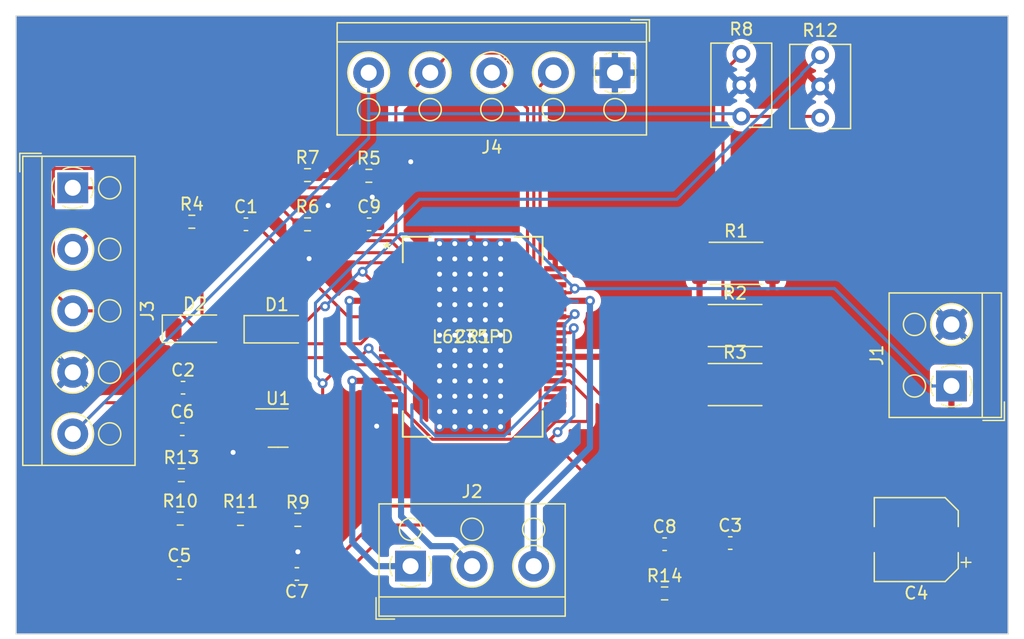
<source format=kicad_pcb>
(kicad_pcb (version 20221018) (generator pcbnew)
  (layers (0 "F.Cu" signal) (31 "B.Cu" signal) (34 "B.Paste" user) (35 "F.Paste" user) (36 "B.SilkS" user "B.Silkscreen") (37 "F.SilkS" user "F.Silkscreen") (38 "B.Mask" user) (39 "F.Mask" user) (44 "Edge.Cuts" user))
  (net 0 "")
  (net 1 "Net-(C1-Pad1)")
  (net 2 "Net-(CR1B-VCP)")
  (net 3 "GND")
  (net 4 "Net-(CR1B-VBOOT)")
  (net 5 "Net-(CR1B-VSA)")
  (net 6 "Net-(U1--)")
  (net 7 "Net-(C5-Pad2)")
  (net 8 "/PULSE")
  (net 9 "/OFF")
  (net 10 "/Vref")
  (net 11 "/DIAG")
  (net 14 "Net-(CR1A-OUT2)")
  (net 16 "/HALL2")
  (net 17 "/HALL3")
  (net 18 "/HALL1")
  (net 19 "Net-(CR1B-SENSEA)")
  (net 21 "Net-(CR1A-OUT1)")
  (net 26 "/TACHO")
  (net 28 "/DIR")
  (net 29 "/BRAKE")
  (net 31 "Net-(CR1A-OUT3)")
  (net 34 "Net-(D1-K)")
  (net 35 "/5V")
  (footprint "Capacitor_SMD:C_0603_1608Metric" (layer "F.Cu") (at 164 94)
    (fp_text reference "C8")
    (fp_text value "10nF")
  )
  (footprint "Capacitor_SMD:CP_Elec_6.3x5.3" (layer "F.Cu") (at 184.4354 93.6244 180)
    (fp_text reference "C4")
    (fp_text value "100uF")
  )
  (footprint "Resistor_SMD:R_0603_1608Metric_Pad0.98x0.95mm_HandSolder" (layer "F.Cu") (at 164 98)
    (fp_text reference "R14")
    (fp_text value "1.8K")
  )
  (footprint "Capacitor_SMD:C_0603_1608Metric" (layer "F.Cu") (at 140 68)
    (fp_text reference "C9")
    (fp_text value "5.6nF")
  )
  (footprint "Capacitor_SMD:C_0603_1608Metric" (layer "F.Cu") (at 134.1374 96.4184 180)
    (fp_text reference "C7")
    (fp_text value "1nF")
  )
  (footprint "Resistor_SMD:R_0603_1608Metric" (layer "F.Cu") (at 124.7524 88.392)
    (fp_text reference "R13")
    (fp_text value "5.6K")
  )
  (footprint "TerminalBlock_RND:TerminalBlock_RND_205-00004_1x05_P5.00mm_Horizontal" (layer "F.Cu") (at 159.9654 55.6768 180)
    (fp_text reference "J4")
    (fp_text value "Screw_Terminal_01x05")
  )
  (footprint "Resistor_SMD:R_0603_1608Metric" (layer "F.Cu") (at 139.9794 64.0588)
    (fp_text reference "R5")
    (fp_text value "10K")
  )
  (footprint "Capacitor_SMD:C_0603_1608Metric" (layer "F.Cu") (at 124.587 96.3422)
    (fp_text reference "C5")
    (fp_text value "220nF")
  )
  (footprint "Resistor_SMD:R_0603_1608Metric" (layer "F.Cu") (at 124.663 91.9226)
    (fp_text reference "R10")
    (fp_text value "5.6K")
  )
  (footprint "TerminalBlock_RND:TerminalBlock_RND_205-00001_1x02_P5.00mm_Horizontal" (layer "F.Cu") (at 187.2916 81.1384 90)
    (fp_text reference "J1")
    (fp_text value "Screw_Terminal_01x02")
  )
  (footprint "Capacitor_SMD:C_0603_1608Metric" (layer "F.Cu") (at 124.8286 84.6582)
    (fp_text reference "C6")
    (fp_text value "10nF")
  )
  (footprint "Resistor_SMD:R_0603_1608Metric" (layer "F.Cu") (at 125.603 67.7926)
    (fp_text reference "R4")
    (fp_text value "100")
  )
  (footprint "ul_L6235PD013TR:L6235PD" (layer "F.Cu") (at 148.4122 77.1398)
    (fp_text reference "CR1")
    (fp_text value "L6235PD")
  )
  (footprint "Capacitor_SMD:C_0603_1608Metric" (layer "F.Cu") (at 169.3294 93.9038)
    (fp_text reference "C3")
    (fp_text value "220nF")
  )
  (footprint "Resistor_SMD:R_0603_1608Metric" (layer "F.Cu") (at 129.5532 91.948)
    (fp_text reference "R11")
    (fp_text value "1M")
  )
  (footprint "Resistor_SMD:R_2512_6332Metric" (layer "F.Cu") (at 169.7228 76.2254)
    (fp_text reference "R2")
    (fp_text value "1")
  )
  (footprint "Diode_SMD:D_MiniMELF" (layer "F.Cu") (at 125.8648 76.4826)
    (fp_text reference "D2")
    (fp_text value "LL4148")
  )
  (footprint "Package_TO_SOT_SMD:SOT-23-5" (layer "F.Cu") (at 132.6134 84.5566)
    (fp_text reference "U1")
    (fp_text value "LM321")
  )
  (footprint "Resistor_SMD:R_0603_1608Metric" (layer "F.Cu") (at 135 68)
    (fp_text reference "R6")
    (fp_text value "10K")
  )
  (footprint "Resistor_SMD:R_0603_1608Metric" (layer "F.Cu") (at 134.2136 92.0242)
    (fp_text reference "R9")
    (fp_text value "1K")
  )
  (footprint "Diode_SMD:D_MiniMELF" (layer "F.Cu") (at 132.5092 76.5302)
    (fp_text reference "D1")
    (fp_text value "LL4148")
  )
  (footprint "Resistor_SMD:R_2512_6332Metric" (layer "F.Cu") (at 169.799 71.1708)
    (fp_text reference "R1")
    (fp_text value "1")
  )
  (footprint "Resistor_SMD:R_2512_6332Metric" (layer "F.Cu") (at 169.7228 81.026)
    (fp_text reference "R3")
    (fp_text value "1")
  )
  (footprint "Resistor_SMD:R_0603_1608Metric" (layer "F.Cu") (at 135 64)
    (fp_text reference "R7")
    (fp_text value "10K")
  )
  (footprint "Potentiometer_THT:Potentiometer_Vishay_T73XW_Horizontal" (layer "F.Cu") (at 170.2308 54.1528)
    (fp_text reference "R8")
    (fp_text value "10K")
  )
  (footprint "TerminalBlock_RND:TerminalBlock_RND_205-00004_1x05_P5.00mm_Horizontal" (layer "F.Cu") (at 115.9336 65.0316 -90)
    (fp_text reference "J3")
    (fp_text value "Screw_Terminal_01x05")
  )
  (footprint "TerminalBlock_RND:TerminalBlock_RND_205-00002_1x03_P5.00mm_Horizontal" (layer "F.Cu") (at 143.3652 95.7834)
    (fp_text reference "J2")
    (fp_text value "Screw_Terminal_01x03")
  )
  (footprint "Capacitor_SMD:C_0603_1608Metric" (layer "F.Cu") (at 130 68)
    (fp_text reference "C1")
    (fp_text value "10nF")
  )
  (footprint "Potentiometer_THT:Potentiometer_Vishay_T73XW_Horizontal" (layer "F.Cu") (at 176.6316 54.2544)
    (fp_text reference "R12")
    (fp_text value "10K")
  )
  (footprint "Capacitor_SMD:C_0603_1608Metric" (layer "F.Cu") (at 124.8918 81.28)
    (fp_text reference "C2")
    (fp_text value "220nF")
  )
  (gr_rect (start 111.3282 51.054) (end 191.897 101.2952) (stroke (width 0.1)) (fill none) (layer "Edge.Cuts"))
  (segment (start 128.202 66.9768) (end 129.225 68) (width 0.25) (layer "F.Cu") (net 1))
  (segment (start 125.594 66.9768) (end 128.202 66.9768) (width 0.25) (layer "F.Cu") (net 1))
  (segment (start 124.778 67.7926) (end 125.594 66.9768) (width 0.25) (layer "F.Cu") (net 1))
  (segment (start 138.306 75.5148) (end 130.791 68) (width 0.25) (layer "F.Cu") (net 2))
  (segment (start 141.707 75.5148) (end 141.7066 75.5148) (width 0.25) (layer "F.Cu") (net 2))
  (segment (start 141.7066 75.5148) (end 138.306 75.5148) (width 0.25) (layer "F.Cu") (net 2))
  (segment (start 130.791 68) (end 130.775 68) (width 0.25) (layer "F.Cu") (net 2))
  (segment (start 135.128 70.8406) (end 135.128 70.7898) (width 0.25) (layer "F.Cu") (net 3))
  (segment (start 151.8649 85.9177) (end 142.1279 85.9177) (width 0.25) (layer "F.Cu") (net 3))
  (segment (start 141.217 71.1249) (end 135.412 71.1249) (width 0.25) (layer "F.Cu") (net 3))
  (segment (start 131.4759 84.5566) (end 131.092 84.5566) (width 0.25) (layer "F.Cu") (net 3))
  (segment (start 155.1178 82.6648) (end 151.8649 85.9177) (width 0.25) (layer "F.Cu") (net 3))
  (segment (start 135.412 71.1249) (end 135.128 70.8406) (width 0.25) (layer "F.Cu") (net 3))
  (segment (start 131.476 84.5566) (end 131.4759 84.5566) (width 0.25) (layer "F.Cu") (net 3))
  (segment (start 135.128 70.7898) (end 135.077 70.7898) (width 0.25) (layer "F.Cu") (net 3))
  (segment (start 129.11 86.5378) (end 128.956 86.5378) (width 0.25) (layer "F.Cu") (net 3))
  (segment (start 131.092 84.5566) (end 129.11 86.5378) (width 0.25) (layer "F.Cu") (net 3))
  (segment (start 142.1279 85.9177) (end 140.6144 84.4042) (width 0.25) (layer "F.Cu") (net 3))
  (segment (start 141.707 71.6148) (end 141.217 71.1249) (width 0.25) (layer "F.Cu") (net 3))
  (segment (start 135.077 70.7898) (end 135.09 70.8025) (width 0.25) (layer "F.Cu") (net 3))
  (via (at 146.96 73.2906) (size 0.8) (drill 0.4) (layers "F.Cu" "B.Cu") (net 3))
  (via (at 145.72 75.7706) (size 0.8) (drill 0.4) (layers "F.Cu" "B.Cu") (net 3))
  (via (at 146.96 77.0106) (size 0.8) (drill 0.4) (layers "F.Cu" "B.Cu") (net 3))
  (via (at 150.68 74.5306) (size 0.8) (drill 0.4) (layers "F.Cu" "B.Cu") (net 3))
  (via (at 148.2 69.5706) (size 0.8) (drill 0.4) (layers "F.Cu" "B.Cu") (net 3))
  (via (at 148.2 83.2106) (size 0.8) (drill 0.4) (layers "F.Cu" "B.Cu") (net 3))
  (via (at 149.44 81.9706) (size 0.8) (drill 0.4) (layers "F.Cu" "B.Cu") (net 3))
  (via (at 145.72 72.0506) (size 0.8) (drill 0.4) (layers "F.Cu" "B.Cu") (net 3))
  (via (at 150.68 83.2106) (size 0.8) (drill 0.4) (layers "F.Cu" "B.Cu") (net 3))
  (via (at 148.2 75.7706) (size 0.8) (drill 0.4) (layers "F.Cu" "B.Cu") (net 3))
  (via (at 150.68 77.0106) (size 0.8) (drill 0.4) (layers "F.Cu" "B.Cu") (net 3))
  (via (at 148.2 70.8106) (size 0.8) (drill 0.4) (layers "F.Cu" "B.Cu") (net 3))
  (via (at 145.72 83.2106) (size 0.8) (drill 0.4) (layers "F.Cu" "B.Cu") (net 3))
  (via (at 134.214 94.615) (size 0.8) (drill 0.4) (layers "F.Cu" "B.Cu") (net 3))
  (via (at 149.44 77.0106) (size 0.8) (drill 0.4) (layers "F.Cu" "B.Cu") (net 3))
  (via (at 148.2 78.2506) (size 0.8) (drill 0.4) (layers "F.Cu" "B.Cu") (net 3))
  (via (at 140.6144 84.4042) (size 0.8) (drill 0.4) (layers "F.Cu" "B.Cu") (net 3))
  (via (at 149.44 80.7306) (size 0.8) (drill 0.4) (layers "F.Cu" "B.Cu") (net 3))
  (via (at 149.44 74.5306) (size 0.8) (drill 0.4) (layers "F.Cu" "B.Cu") (net 3))
  (via (at 146.96 74.5306) (size 0.8) (drill 0.4) (layers "F.Cu" "B.Cu") (net 3))
  (via (at 149.44 75.7706) (size 0.8) (drill 0.4) (layers "F.Cu" "B.Cu") (net 3))
  (via (at 145.72 70.8106) (size 0.8) (drill 0.4) (layers "F.Cu" "B.Cu") (net 3))
  (via (at 150.68 73.2906) (size 0.8) (drill 0.4) (layers "F.Cu" "B.Cu") (net 3))
  (via (at 149.44 72.0506) (size 0.8) (drill 0.4) (layers "F.Cu" "B.Cu") (net 3))
  (via (at 148.2 79.4906) (size 0.8) (drill 0.4) (layers "F.Cu" "B.Cu") (net 3))
  (via (at 149.44 69.5706) (size 0.8) (drill 0.4) (layers "F.Cu" "B.Cu") (net 3))
  (via (at 149.44 73.2906) (size 0.8) (drill 0.4) (layers "F.Cu" "B.Cu") (net 3))
  (via (at 150.68 78.2506) (size 0.8) (drill 0.4) (layers "F.Cu" "B.Cu") (net 3))
  (via (at 148.2 72.0506) (size 0.8) (drill 0.4) (layers "F.Cu" "B.Cu") (net 3))
  (via (at 150.68 79.4906) (size 0.8) (drill 0.4) (layers "F.Cu" "B.Cu") (net 3))
  (via (at 140.259 65.786) (size 0.8) (drill 0.4) (layers "F.Cu" "B.Cu") (net 3))
  (via (at 128.956 86.5378) (size 0.8) (drill 0.4) (layers "F.Cu" "B.Cu") (net 3))
  (via (at 150.68 81.9706) (size 0.8) (drill 0.4) (layers "F.Cu" "B.Cu") (net 3))
  (via (at 146.96 72.0506) (size 0.8) (drill 0.4) (layers "F.Cu" "B.Cu") (net 3))
  (via (at 143.383 62.9158) (size 0.8) (drill 0.4) (layers "F.Cu" "B.Cu") (net 3))
  (via (at 135.128 70.7898) (size 0.8) (drill 0.4) (layers "F.Cu" "B.Cu") (net 3))
  (via (at 148.2 81.9706) (size 0.8) (drill 0.4) (layers "F.Cu" "B.Cu") (net 3))
  (via (at 145.72 69.5706) (size 0.8) (drill 0.4) (layers "F.Cu" "B.Cu") (net 3))
  (via (at 145.72 74.5306) (size 0.8) (drill 0.4) (layers "F.Cu" "B.Cu") (net 3))
  (via (at 146.96 83.2106) (size 0.8) (drill 0.4) (layers "F.Cu" "B.Cu") (net 3))
  (via (at 148.2 73.2906) (size 0.8) (drill 0.4) (layers "F.Cu" "B.Cu") (net 3))
  (via (at 150.68 80.7306) (size 0.8) (drill 0.4) (layers "F.Cu" "B.Cu") (net 3))
  (via (at 149.44 84.4506) (size 0.8) (drill 0.4) (layers "F.Cu" "B.Cu") (net 3))
  (via (at 150.68 70.8106) (size 0.8) (drill 0.4) (layers "F.Cu" "B.Cu") (net 3))
  (via (at 145.72 79.4906) (size 0.8) (drill 0.4) (layers "F.Cu" "B.Cu") (net 3))
  (via (at 146.96 70.8106) (size 0.8) (drill 0.4) (layers "F.Cu" "B.Cu") (net 3))
  (via (at 149.44 79.4906) (size 0.8) (drill 0.4) (layers "F.Cu" "B.Cu") (net 3))
  (via (at 146.96 81.9706) (size 0.8) (drill 0.4) (layers "F.Cu" "B.Cu") (net 3))
  (via (at 148.2 74.5306) (size 0.8) (drill 0.4) (layers "F.Cu" "B.Cu") (net 3))
  (via (at 146.96 80.7306) (size 0.8) (drill 0.4) (layers "F.Cu" "B.Cu") (net 3))
  (via (at 149.44 70.8106) (size 0.8) (drill 0.4) (layers "F.Cu" "B.Cu") (net 3))
  (via (at 146.96 79.4906) (size 0.8) (drill 0.4) (layers "F.Cu" "B.Cu") (net 3))
  (via (at 150.68 84.4506) (size 0.8) (drill 0.4) (layers "F.Cu" "B.Cu") (net 3))
  (via (at 145.72 81.9706) (size 0.8) (drill 0.4) (layers "F.Cu" "B.Cu") (net 3))
  (via (at 145.72 78.2506) (size 0.8) (drill 0.4) (layers "F.Cu" "B.Cu") (net 3))
  (via (at 148.2 80.7306) (size 0.8) (drill 0.4) (layers "F.Cu" "B.Cu") (net 3))
  (via (at 150.68 69.5706) (size 0.8) (drill 0.4) (layers "F.Cu" "B.Cu") (net 3))
  (via (at 150.68 72.0506) (size 0.8) (drill 0.4) (layers "F.Cu" "B.Cu") (net 3))
  (via (at 149.44 83.2106) (size 0.8) (drill 0.4) (layers "F.Cu" "B.Cu") (net 3))
  (via (at 148.2 84.4506) (size 0.8) (drill 0.4) (layers "F.Cu" "B.Cu") (net 3))
  (via (at 146.96 84.4506) (size 0.8) (drill 0.4) (layers "F.Cu" "B.Cu") (net 3))
  (via (at 146.96 75.7706) (size 0.8) (drill 0.4) (layers "F.Cu" "B.Cu") (net 3))
  (via (at 145.72 73.2906) (size 0.8) (drill 0.4) (layers "F.Cu" "B.Cu") (net 3))
  (via (at 146.96 69.5706) (size 0.8) (drill 0.4) (layers "F.Cu" "B.Cu") (net 3))
  (via (at 146.96 78.2506) (size 0.8) (drill 0.4) (layers "F.Cu" "B.Cu") (net 3))
  (via (at 145.72 84.4506) (size 0.8) (drill 0.4) (layers "F.Cu" "B.Cu") (net 3))
  (via (at 149.44 78.2506) (size 0.8) (drill 0.4) (layers "F.Cu" "B.Cu") (net 3))
  (via (at 145.72 80.7306) (size 0.8) (drill 0.4) (layers "F.Cu" "B.Cu") (net 3))
  (via (at 150.68 75.7706) (size 0.8) (drill 0.4) (layers "F.Cu" "B.Cu") (net 3))
  (via (at 148.2 77.0106) (size 0.8) (drill 0.4) (layers "F.Cu" "B.Cu") (net 3))
  (via (at 136.677 66.4718) (size 0.8) (drill 0.4) (layers "F.Cu" "B.Cu") (net 3))
  (via (at 145.72 77.0106) (size 0.8) (drill 0.4) (layers "F.Cu" "B.Cu") (net 3))
  (segment (start 124.115 76.8842) (end 124.1148 76.884) (width 0.25) (layer "F.Cu") (net 4))
  (segment (start 156.701 75.2966) (end 156.483 75.5148) (width 0.25) (layer "F.Cu") (net 4))
  (segment (start 139.215 78.8378) (end 139.964 78.0887) (width 0.25) (layer "F.Cu") (net 4))
  (segment (start 124.115 76.4826) (end 124.115 76.8842) (width 0.25) (layer "F.Cu") (net 4))
  (segment (start 124.115 76.8842) (end 124.115 77.2858) (width 0.25) (layer "F.Cu") (net 4))
  (segment (start 125.667 78.8378) (end 125.667 80.0589) (width 0.25) (layer "F.Cu") (net 4))
  (segment (start 125.6668 80.0591) (end 125.6668 81.28) (width 0.25) (layer "F.Cu") (net 4))
  (segment (start 125.667 80.0589) (end 125.6668 80.0591) (width 0.25) (layer "F.Cu") (net 4))
  (segment (start 124.1148 76.884) (end 124.1148 76.4826) (width 0.25) (layer "F.Cu") (net 4))
  (segment (start 125.667 80.0589) (end 125.667 81.28) (width 0.25) (layer "F.Cu") (net 4))
  (segment (start 155.118 75.5148) (end 155.1178 75.5148) (width 0.25) (layer "F.Cu") (net 4))
  (segment (start 125.667 78.8378) (end 139.215 78.8378) (width 0.25) (layer "F.Cu") (net 4))
  (segment (start 156.483 75.5148) (end 155.118 75.5148) (width 0.25) (layer "F.Cu") (net 4))
  (segment (start 124.115 77.2858) (end 125.667 78.8378) (width 0.25) (layer "F.Cu") (net 4))
  (via (at 156.701 75.2966) (size 0.8) (drill 0.4) (layers "F.Cu" "B.Cu") (net 4))
  (via (at 139.964 78.0887) (size 0.8) (drill 0.4) (layers "F.Cu" "B.Cu") (net 4))
  (segment (start 155.845 80.3278) (end 155.845 76.1524) (width 0.25) (layer "B.Cu") (net 4))
  (segment (start 145.391 85.1869) (end 150.986 85.1869) (width 0.25) (layer "B.Cu") (net 4))
  (segment (start 150.986 85.1869) (end 155.845 80.3278) (width 0.25) (layer "B.Cu") (net 4))
  (segment (start 144.23 84.0256) (end 145.391 85.1869) (width 0.25) (layer "B.Cu") (net 4))
  (segment (start 155.845 76.1524) (end 156.701 75.2966) (width 0.25) (layer "B.Cu") (net 4))
  (segment (start 144.23 82.3539) (end 144.23 84.0256) (width 0.25) (layer "B.Cu") (net 4))
  (segment (start 139.964 78.0887) (end 144.23 82.3539) (width 0.25) (layer "B.Cu") (net 4))
  (segment (start 136.12 74.6699) (end 136.428 74.6699) (width 0.25) (layer "F.Cu") (net 5))
  (segment (start 155.118 73.5648) (end 155.1178 73.5648) (width 0.25) (layer "F.Cu") (net 5))
  (segment (start 156.701 73.2227) (end 156.688 73.2227) (width 0.25) (layer "F.Cu") (net 5))
  (segment (start 187.2352 93.6242) (end 187.235 93.6244) (width 0.25) (layer "F.Cu") (net 5))
  (segment (start 187.292 81.1412) (end 187.292 81.144) (width 0.5) (layer "F.Cu") (net 5))
  (segment (start 187.2354 93.6244) (end 187.2352 93.6242) (width 0.25) (layer "F.Cu") (net 5))
  (segment (start 187.292 81.5004) (end 187.292 81.3194) (width 0.25) (layer "F.Cu") (net 5))
  (segment (start 140.478 72.8497) (end 139.478 71.8499) (width 0.25) (layer "F.Cu") (net 5))
  (segment (start 187.292 81.1387) (end 187.292 81.1391) (width 0.5) (layer "F.Cu") (net 5))
  (segment (start 187.292 93.5682) (end 187.264 93.5963) (width 0.25) (layer "F.Cu") (net 5))
  (segment (start 187.292 81.1497) (end 187.292 81.161) (width 0.5) (layer "F.Cu") (net 5))
  (segment (start 187.292 81.144) (end 187.292 81.1497) (width 0.5) (layer "F.Cu") (net 5))
  (segment (start 134.2592 76.5302) (end 134.2591 76.5301) (width 0.25) (layer "F.Cu") (net 5))
  (segment (start 187.292 81.2289) (end 187.292 81.3194) (width 0.5) (layer "F.Cu") (net 5))
  (segment (start 169.003 94.3524) (end 168.5544 93.9038) (width 0.25) (layer "F.Cu") (net 5))
  (segment (start 187.292 81.1836) (end 187.292 81.161) (width 0.25) (layer "F.Cu") (net 5))
  (segment (start 169.452 94.801) (end 186.059 94.801) (width 0.25) (layer "F.Cu") (net 5))
  (segment (start 187.292 81.1836) (end 187.292 81.2289) (width 0.5) (layer "F.Cu") (net 5))
  (segment (start 187.292 81.1398) (end 187.292 81.1391) (width 0.25) (layer "F.Cu") (net 5))
  (segment (start 187.292 81.8624) (end 187.292 82.5864) (width 0.5) (layer "F.Cu") (net 5))
  (segment (start 187.292 82.5864) (end 187.292 84.0344) (width 0.5) (layer "F.Cu") (net 5))
  (segment (start 187.292 81.1398) (end 187.292 81.1412) (width 0.5) (layer "F.Cu") (net 5))
  (segment (start 187.2495 93.6103) (end 187.2352 93.6242) (width 0.25) (layer "F.Cu") (net 5))
  (segment (start 187.292 81.3194) (end 187.292 81.5004) (width 0.5) (layer "F.Cu") (net 5))
  (segment (start 187.264 93.5963) (end 187.2495 93.6103) (width 0.25) (layer "F.Cu") (net 5))
  (segment (start 140.478 73.5648) (end 140.478 72.8497) (width 0.25) (layer "F.Cu") (net 5))
  (segment (start 187.292 81.161) (end 187.292 81.1497) (width 0.25) (layer "F.Cu") (net 5))
  (segment (start 187.292 81.8624) (end 187.292 81.5004) (width 0.25) (layer "F.Cu") (net 5))
  (segment (start 186.059 94.801) (end 187.235 93.6244) (width 0.25) (layer "F.Cu") (net 5))
  (segment (start 187.2352 93.6242) (end 187.235 93.6244) (width 0.25) (layer "F.Cu") (net 5))
  (segment (start 187.292 86.9304) (end 187.292 86.9308) (width 0.5) (layer "F.Cu") (net 5))
  (segment (start 187.292 81.1497) (end 187.292 81.144) (width 0.25) (layer "F.Cu") (net 5))
  (segment (start 168.554 93.9038) (end 169.003 94.3524) (width 0.25) (layer "F.Cu") (net 5))
  (segment (start 187.2495 93.6103) (end 187.2352 93.6242) (width 0.25) (layer "F.Cu") (net 5))
  (segment (start 187.292 81.1391) (end 187.292 81.1398) (width 0.5) (layer "F.Cu") (net 5))
  (segment (start 169.003 94.3524) (end 169.452 94.801) (width 0.25) (layer "F.Cu") (net 5))
  (segment (start 187.292 81.2289) (end 187.292 81.1836) (width 0.25) (layer "F.Cu") (net 5))
  (segment (start 187.292 81.1387) (end 187.292 81.1385) (width 0.25) (layer "F.Cu") (net 5))
  (segment (start 187.292 81.1385) (end 187.292 81.1384) (width 0.25) (layer "F.Cu") (net 5))
  (segment (start 134.2591 76.5301) (end 136.12 74.6699) (width 0.25) (layer "F.Cu") (net 5))
  (segment (start 187.292 81.144) (end 187.292 81.1412) (width 0.25) (layer "F.Cu") (net 5))
  (segment (start 141.7066 73.5648) (end 140.478 73.5648) (width 0.25) (layer "F.Cu") (net 5))
  (segment (start 187.292 82.5864) (end 187.292 81.8624) (width 0.25) (layer "F.Cu") (net 5))
  (segment (start 134.259 76.5302) (end 134.2591 76.5301) (width 0.25) (layer "F.Cu") (net 5))
  (segment (start 187.292 81.1384) (end 187.2916 81.1384) (width 0.25) (layer "F.Cu") (net 5))
  (segment (start 187.292 81.1385) (end 187.292 81.1387) (width 0.5) (layer "F.Cu") (net 5))
  (segment (start 187.292 81.1412) (end 187.292 81.1398) (width 0.25) (layer "F.Cu") (net 5))
  (segment (start 156.688 73.2227) (end 156.346 73.5648) (width 0.25) (layer "F.Cu") (net 5))
  (segment (start 187.292 81.1384) (end 187.292 81.1385) (width 0.5) (layer "F.Cu") (net 5))
  (segment (start 187.292 84.0344) (end 187.292 86.9304) (width 0.5) (layer "F.Cu") (net 5))
  (segment (start 187.292 86.9304) (end 187.292 84.0344) (width 0.25) (layer "F.Cu") (net 5))
  (segment (start 187.292 81.1391) (end 187.292 81.1387) (width 0.25) (layer "F.Cu") (net 5))
  (segment (start 141.707 73.5648) (end 141.7066 73.5648) (width 0.25) (layer "F.Cu") (net 5))
  (segment (start 187.292 86.9308) (end 187.292 93.5682) (width 0.5) (layer "F.Cu") (net 5))
  (segment (start 187.292 81.5004) (end 187.292 81.8624) (width 0.5) (layer "F.Cu") (net 5))
  (segment (start 187.264 93.5963) (end 187.2495 93.6103) (width 0.25) (layer "F.Cu") (net 5))
  (segment (start 187.292 81.161) (end 187.292 81.1836) (width 0.5) (layer "F.Cu") (net 5))
  (segment (start 187.292 81.3194) (end 187.292 81.2289) (width 0.25) (layer "F.Cu") (net 5))
  (segment (start 187.292 84.0344) (end 187.292 82.5864) (width 0.25) (layer "F.Cu") (net 5))
  (segment (start 156.346 73.5648) (end 155.118 73.5648) (width 0.25) (layer "F.Cu") (net 5))
  (segment (start 187.292 86.9308) (end 187.292 86.9304) (width 0.25) (layer "F.Cu") (net 5))
  (via (at 136.428 74.6699) (size 0.8) (drill 0.4) (layers "F.Cu" "B.Cu") (net 5))
  (via (at 139.478 71.8499) (size 0.8) (drill 0.4) (layers "F.Cu" "B.Cu") (net 5))
  (via (at 156.701 73.2227) (size 0.8) (drill 0.4) (layers "F.Cu" "B.Cu") (net 5))
  (segment (start 142.55 68.7784) (end 152.257 68.7784) (width 0.25) (layer "B.Cu") (net 5))
  (segment (start 152.257 68.7784) (end 156.701 73.2227) (width 0.25) (layer "B.Cu") (net 5))
  (segment (start 177.799 73.2227) (end 156.701 73.2227) (width 0.25) (layer "B.Cu") (net 5))
  (segment (start 185.715 81.1384) (end 177.799 73.2227) (width 0.25) (layer "B.Cu") (net 5))
  (segment (start 139.248 71.8499) (end 139.478 71.8499) (width 0.25) (layer "B.Cu") (net 5))
  (segment (start 187.2916 81.1384) (end 185.715 81.1384) (width 0.25) (layer "B.Cu") (net 5))
  (segment (start 136.428 74.6699) (end 139.248 71.8499) (width 0.25) (layer "B.Cu") (net 5))
  (segment (start 139.478 71.8499) (end 142.55 68.7784) (width 0.25) (layer "B.Cu") (net 5))
  (segment (start 187.292 81.1384) (end 187.2916 81.1384) (width 0.25) (layer "B.Cu") (net 5))
  (segment (start 128.728 91.9353) (end 128.728 91.948) (width 0.25) (layer "F.Cu") (net 6))
  (segment (start 125.488 91.9226) (end 125.488 94.6662) (width 0.25) (layer "F.Cu") (net 6))
  (segment (start 128.728 91.9226) (end 125.488 91.9226) (width 0.25) (layer "F.Cu") (net 6))
  (segment (start 128.728 91.9353) (end 128.7282 91.9355) (width 0.25) (layer "F.Cu") (net 6))
  (segment (start 128.7282 91.9355) (end 128.7282 91.948) (width 0.25) (layer "F.Cu") (net 6))
  (segment (start 130.56 86.4225) (end 131.4759 85.5066) (width 0.25) (layer "F.Cu") (net 6))
  (segment (start 128.728 91.9226) (end 128.728 91.9353) (width 0.25) (layer "F.Cu") (net 6))
  (segment (start 128.728 88.2543) (end 128.728 91.9226) (width 0.25) (layer "F.Cu") (net 6))
  (segment (start 125.488 94.6662) (end 123.812 96.3422) (width 0.25) (layer "F.Cu") (net 6))
  (segment (start 130.56 86.4225) (end 128.728 88.2543) (width 0.25) (layer "F.Cu") (net 6))
  (segment (start 131.476 85.5066) (end 130.56 86.4225) (width 0.25) (layer "F.Cu") (net 6))
  (segment (start 129.342 82.977) (end 132.267 82.977) (width 0.25) (layer "F.Cu") (net 7))
  (segment (start 123.9272 88.3918) (end 129.342 82.977) (width 0.25) (layer "F.Cu") (net 7))
  (segment (start 125.984 96.3422) (end 125.362 96.3422) (width 0.25) (layer "F.Cu") (net 7))
  (segment (start 132.488 84.2437) (end 133.751 85.5066) (width 0.25) (layer "F.Cu") (net 7))
  (segment (start 133.7509 85.5066) (end 130.378 88.8793) (width 0.25) (layer "F.Cu") (net 7))
  (segment (start 123.927 88.392) (end 123.9272 88.3918) (width 0.25) (layer "F.Cu") (net 7))
  (segment (start 123.9274 88.392) (end 123.9272 88.3918) (width 0.25) (layer "F.Cu") (net 7))
  (segment (start 130.378 91.948) (end 125.984 96.3422) (width 0.25) (layer "F.Cu") (net 7))
  (segment (start 130.3782 91.948) (end 130.378 91.948) (width 0.25) (layer "F.Cu") (net 7))
  (segment (start 133.751 85.5066) (end 133.7509 85.5066) (width 0.25) (layer "F.Cu") (net 7))
  (segment (start 130.378 88.8793) (end 130.378 91.948) (width 0.25) (layer "F.Cu") (net 7))
  (segment (start 132.488 83.1976) (end 132.488 84.2437) (width 0.25) (layer "F.Cu") (net 7))
  (segment (start 132.267 82.977) (end 132.488 83.1976) (width 0.25) (layer "F.Cu") (net 7))
  (segment (start 124.0538 84.6584) (end 124.054 84.6582) (width 0.25) (layer "F.Cu") (net 8))
  (segment (start 167.352 83.0669) (end 168.736 81.6822) (width 0.25) (layer "F.Cu") (net 8))
  (segment (start 168.736 81.6822) (end 168.736 55.6474) (width 0.25) (layer "F.Cu") (net 8))
  (segment (start 165.583 94.5695) (end 164 96.1523) (width 0.25) (layer "F.Cu") (net 8))
  (segment (start 163.596 98.8041) (end 123.665 98.8041) (width 0.25) (layer "F.Cu") (net 8))
  (segment (start 164 98.3998) (end 163.596 98.8041) (width 0.25) (layer "F.Cu") (net 8))
  (segment (start 159.998 83.0669) (end 165.583 83.0669) (width 0.25) (layer "F.Cu") (net 8))
  (segment (start 169.4835 54.9001) (end 170.231 54.1528) (width 0.25) (layer "F.Cu") (net 8))
  (segment (start 165.583 83.0669) (end 167.352 83.0669) (width 0.25) (layer "F.Cu") (net 8))
  (segment (start 155.118 79.4148) (end 155.1178 79.4148) (width 0.25) (layer "F.Cu") (net 8))
  (segment (start 122.027 97.166) (end 122.027 86.6846) (width 0.25) (layer "F.Cu") (net 8))
  (segment (start 156.346 79.4148) (end 159.998 83.0669) (width 0.25) (layer "F.Cu") (net 8))
  (segment (start 164 96.1523) (end 164 98.3998) (width 0.25) (layer "F.Cu") (net 8))
  (segment (start 124.0536 84.6582) (end 124.0538 84.6584) (width 0.25) (layer "F.Cu") (net 8))
  (segment (start 123.665 98.8041) (end 122.027 97.166) (width 0.25) (layer "F.Cu") (net 8))
  (segment (start 155.118 79.4148) (end 156.346 79.4148) (width 0.25) (layer "F.Cu") (net 8))
  (segment (start 165.583 83.0669) (end 165.583 94.5695) (width 0.25) (layer "F.Cu") (net 8))
  (segment (start 169.4835 54.9001) (end 170.2308 54.1528) (width 0.25) (layer "F.Cu") (net 8))
  (segment (start 168.736 55.6474) (end 169.4835 54.9001) (width 0.25) (layer "F.Cu") (net 8))
  (segment (start 122.027 86.6846) (end 124.0538 84.6584) (width 0.25) (layer "F.Cu") (net 8))
  (segment (start 134.912 96.4184) (end 134.9122 96.4182) (width 0.25) (layer "F.Cu") (net 9))
  (segment (start 134.9124 96.4184) (end 134.9122 96.4182) (width 0.25) (layer "F.Cu") (net 9))
  (segment (start 141.7066 79.4148) (end 137.738 79.4148) (width 0.25) (layer "F.Cu") (net 9))
  (segment (start 137.738 79.4148) (end 136.228 80.9244) (width 0.25) (layer "F.Cu") (net 9))
  (segment (start 141.707 79.4148) (end 141.7066 79.4148) (width 0.25) (layer "F.Cu") (net 9))
  (segment (start 136.228 95.1025) (end 136.228 80.9244) (width 0.25) (layer "F.Cu") (net 9))
  (segment (start 134.9122 96.4182) (end 136.228 95.1025) (width 0.25) (layer "F.Cu") (net 9))
  (via (at 136.228 80.9244) (size 0.8) (drill 0.4) (layers "F.Cu" "B.Cu") (net 9))
  (segment (start 175.137 55.749) (end 175.8845 55.0017) (width 0.25) (layer "B.Cu") (net 9))
  (segment (start 135.645 74.3974) (end 144.079 65.9637) (width 0.25) (layer "B.Cu") (net 9))
  (segment (start 135.645 80.3414) (end 135.645 74.3974) (width 0.25) (layer "B.Cu") (net 9))
  (segment (start 136.228 80.9244) (end 135.645 80.3414) (width 0.25) (layer "B.Cu") (net 9))
  (segment (start 175.8845 55.0017) (end 176.632 54.2544) (width 0.25) (layer "B.Cu") (net 9))
  (segment (start 176.6316 54.2546) (end 176.6316 54.2544) (width 0.25) (layer "B.Cu") (net 9))
  (segment (start 144.079 65.9637) (end 164.994 65.9637) (width 0.25) (layer "B.Cu") (net 9))
  (segment (start 164.994 65.9637) (end 175.137 55.8207) (width 0.25) (layer "B.Cu") (net 9))
  (segment (start 175.137 55.8207) (end 175.137 55.749) (width 0.25) (layer "B.Cu") (net 9))
  (segment (start 175.8845 55.0017) (end 176.6316 54.2546) (width 0.25) (layer "B.Cu") (net 9))
  (segment (start 155.31 84.89) (end 154.712 85.4875) (width 0.25) (layer "F.Cu") (net 10))
  (segment (start 131.4759 83.6066) (end 131.476 83.6066) (width 0.25) (layer "F.Cu") (net 10))
  (segment (start 163.088 98) (end 163.088 94.1375) (width 0.25) (layer "F.Cu") (net 10))
  (segment (start 156.346 76.7154) (end 156.622 76.4395) (width 0.25) (layer "F.Cu") (net 10))
  (segment (start 163.088 94.1375) (end 163.225 94) (width 0.25) (layer "F.Cu") (net 10))
  (segment (start 125.5774 88.392) (end 125.577 88.392) (width 0.25) (layer "F.Cu") (net 10))
  (segment (start 122.511 91.4584) (end 125.577 88.392) (width 0.25) (layer "F.Cu") (net 10))
  (segment (start 154.712 85.4875) (end 147.764 92.4358) (width 0.25) (layer "F.Cu") (net 10))
  (segment (start 155.118 76.8148) (end 156.346 76.8148) (width 0.25) (layer "F.Cu") (net 10))
  (segment (start 147.764 92.4358) (end 142.016 92.4358) (width 0.25) (layer "F.Cu") (net 10))
  (segment (start 130.363 83.6066) (end 131.4759 83.6066) (width 0.25) (layer "F.Cu") (net 10))
  (segment (start 163.0875 98) (end 163.088 98) (width 0.25) (layer "F.Cu") (net 10))
  (segment (start 123.25 97.7394) (end 122.511 97.0003) (width 0.25) (layer "F.Cu") (net 10))
  (segment (start 142.016 92.4358) (end 136.712 97.7394) (width 0.25) (layer "F.Cu") (net 10))
  (segment (start 136.712 97.7394) (end 123.25 97.7394) (width 0.25) (layer "F.Cu") (net 10))
  (segment (start 155.118 76.8148) (end 155.1178 76.8148) (width 0.25) (layer "F.Cu") (net 10))
  (segment (start 154.712 85.4875) (end 163.225 94) (width 0.25) (layer "F.Cu") (net 10))
  (segment (start 156.346 76.8148) (end 156.346 76.7154) (width 0.25) (layer "F.Cu") (net 10))
  (segment (start 122.511 97.0003) (end 122.511 91.4584) (width 0.25) (layer "F.Cu") (net 10))
  (segment (start 125.577 88.392) (end 130.363 83.6066) (width 0.25) (layer "F.Cu") (net 10))
  (via (at 156.622 76.4395) (size 0.8) (drill 0.4) (layers "F.Cu" "B.Cu") (net 10))
  (via (at 155.31 84.89) (size 0.8) (drill 0.4) (layers "F.Cu" "B.Cu") (net 10))
  (segment (start 156.622 76.4395) (end 156.622 83.5777) (width 0.25) (layer "B.Cu") (net 10))
  (segment (start 156.622 83.5777) (end 155.31 84.89) (width 0.25) (layer "B.Cu") (net 10))
  (segment (start 140.072 68.8472) (end 142.173 68.8472) (width 0.25) (layer "F.Cu") (net 11))
  (segment (start 142.173 68.8472) (end 142.173 58.4689) (width 0.25) (layer "F.Cu") (net 11))
  (segment (start 144.965 55.6768) (end 144.9652 55.6766) (width 0.25) (layer "F.Cu") (net 11))
  (segment (start 153.889 77.4648) (end 155.1178 77.4648) (width 0.25) (layer "F.Cu") (net 11))
  (segment (start 146.563 54.0795) (end 150.65 54.0795) (width 0.25) (layer "F.Cu") (net 11))
  (segment (start 144.9652 55.6766) (end 146.563 54.0795) (width 0.25) (layer "F.Cu") (net 11))
  (segment (start 141.707 78.1148) (end 141.7066 78.1148) (width 0.25) (layer "F.Cu") (net 11))
  (segment (start 155.118 77.4648) (end 155.1178 77.4648) (width 0.25) (layer "F.Cu") (net 11))
  (segment (start 143.852 70.5261) (end 143.852 77.2265) (width 0.25) (layer "F.Cu") (net 11))
  (segment (start 143.852 77.2265) (end 142.964 78.1148) (width 0.25) (layer "F.Cu") (net 11))
  (segment (start 142.173 68.8472) (end 143.852 70.5261) (width 0.25) (layer "F.Cu") (net 11))
  (segment (start 153.376 56.8057) (end 153.376 76.952) (width 0.25) (layer "F.Cu") (net 11))
  (segment (start 150.65 54.0795) (end 153.376 56.8057) (width 0.25) (layer "F.Cu") (net 11))
  (segment (start 142.964 78.1148) (end 141.707 78.1148) (width 0.25) (layer "F.Cu") (net 11))
  (segment (start 144.9654 55.6768) (end 144.9652 55.6766) (width 0.25) (layer "F.Cu") (net 11))
  (segment (start 139.225 68) (end 140.072 68.8472) (width 0.25) (layer "F.Cu") (net 11))
  (segment (start 142.173 58.4689) (end 144.965 55.6768) (width 0.25) (layer "F.Cu") (net 11))
  (segment (start 153.376 76.952) (end 153.889 77.4648) (width 0.25) (layer "F.Cu") (net 11))
  (segment (start 138.422 74.2148) (end 138.426 74.2148) (width 0.5) (layer "F.Cu") (net 14))
  (segment (start 141.7066 74.2148) (end 138.43 74.2148) (width 0.5) (layer "F.Cu") (net 14))
  (segment (start 138.43 74.2148) (end 138.405 74.2188) (width 0.5) (layer "F.Cu") (net 14))
  (segment (start 141.707 74.2148) (end 141.7066 74.2148) (width 0.5) (layer "F.Cu") (net 14))
  (segment (start 138.405 74.2188) (end 138.422 74.2148) (width 0.5) (layer "F.Cu") (net 14))
  (via (at 138.405 74.2188) (size 0.8) (drill 0.4) (layers "F.Cu" "B.Cu") (net 14))
  (segment (start 147.552 94.9706) (end 148.365 95.7834) (width 0.5) (layer "B.Cu") (net 14))
  (segment (start 145.034 94.1578) (end 146.74 94.1578) (width 0.5) (layer "B.Cu") (net 14))
  (segment (start 146.74 94.1578) (end 147.552 94.9706) (width 0.5) (layer "B.Cu") (net 14))
  (segment (start 148.3651 95.7833) (end 148.3652 95.7834) (width 0.25) (layer "B.Cu") (net 14))
  (segment (start 138.405 77.7494) (end 142.596 81.9404) (width 0.5) (layer "B.Cu") (net 14))
  (segment (start 147.552 94.9706) (end 148.365 95.7833) (width 0.25) (layer "B.Cu") (net 14))
  (segment (start 142.596 81.9404) (end 142.596 91.7194) (width 0.5) (layer "B.Cu") (net 14))
  (segment (start 148.365 95.7833) (end 148.3651 95.7833) (width 0.25) (layer "B.Cu") (net 14))
  (segment (start 142.596 91.7194) (end 145.034 94.1578) (width 0.5) (layer "B.Cu") (net 14))
  (segment (start 148.365 95.7833) (end 148.365 95.7834) (width 0.25) (layer "B.Cu") (net 14))
  (segment (start 138.405 74.2188) (end 138.405 77.7494) (width 0.5) (layer "B.Cu") (net 14))
  (segment (start 142.935 71.2238) (end 142.019 70.3072) (width 0.25) (layer "F.Cu") (net 16))
  (segment (start 136.482 70.3072) (end 134.175 68) (width 0.25) (layer "F.Cu") (net 16))
  (segment (start 132.686 66.5106) (end 134.175 68) (width 0.25) (layer "F.Cu") (net 16))
  (segment (start 115.934 70.0316) (end 117.6945 68.2711) (width 0.25) (layer "F.Cu") (net 16))
  (segment (start 141.707 76.1648) (end 141.7066 76.1648) (width 0.25) (layer "F.Cu") (net 16))
  (segment (start 141.707 76.1648) (end 142.935 76.1648) (width 0.25) (layer "F.Cu") (net 16))
  (segment (start 142.019 70.3072) (end 136.482 70.3072) (width 0.25) (layer "F.Cu") (net 16))
  (segment (start 117.6945 68.2711) (end 119.455 66.5106) (width 0.25) (layer "F.Cu") (net 16))
  (segment (start 117.6941 68.2711) (end 115.9336 70.0316) (width 0.25) (layer "F.Cu") (net 16))
  (segment (start 142.935 76.1648) (end 142.935 71.2238) (width 0.25) (layer "F.Cu") (net 16))
  (segment (start 119.455 66.5106) (end 132.686 66.5106) (width 0.25) (layer "F.Cu") (net 16))
  (segment (start 117.6945 68.2711) (end 117.6941 68.2711) (width 0.25) (layer "F.Cu") (net 16))
  (segment (start 115.9336 75.0316) (end 115.9338 75.0314) (width 0.25) (layer "F.Cu") (net 17))
  (segment (start 141.7066 76.8148) (end 140.21 76.8148) (width 0.25) (layer "F.Cu") (net 17))
  (segment (start 139.317 77.7081) (end 127.009 77.7081) (width 0.25) (layer "F.Cu") (net 17))
  (segment (start 125.865 76.5636) (end 125.865 76.4064) (width 0.25) (layer "F.Cu") (net 17))
  (segment (start 114.356 63.5903) (end 114.491 63.4547) (width 0.25) (layer "F.Cu") (net 17))
  (segment (start 125.865 76.4064) (end 124.49 75.0316) (width 0.25) (layer "F.Cu") (net 17))
  (segment (start 115.934 75.0316) (end 115.9338 75.0314) (width 0.25) (layer "F.Cu") (net 17))
  (segment (start 124.49 75.0316) (end 115.934 75.0316) (width 0.25) (layer "F.Cu") (net 17))
  (segment (start 140.21 76.8148) (end 139.317 77.7081) (width 0.25) (layer "F.Cu") (net 17))
  (segment (start 114.491 63.4547) (end 133.63 63.4547) (width 0.25) (layer "F.Cu") (net 17))
  (segment (start 115.9338 75.0314) (end 114.356 73.4537) (width 0.25) (layer "F.Cu") (net 17))
  (segment (start 114.356 73.4537) (end 114.356 63.5903) (width 0.25) (layer "F.Cu") (net 17))
  (segment (start 133.63 63.4547) (end 134.175 64) (width 0.25) (layer "F.Cu") (net 17))
  (segment (start 127.009 77.7081) (end 125.865 76.5636) (width 0.25) (layer "F.Cu") (net 17))
  (segment (start 141.707 76.8148) (end 141.7066 76.8148) (width 0.25) (layer "F.Cu") (net 17))
  (segment (start 138.668 64.5452) (end 139.1544 64.0588) (width 0.25) (layer "F.Cu") (net 18))
  (segment (start 143.394 77.0058) (end 143.394 70.9694) (width 0.25) (layer "F.Cu") (net 18))
  (segment (start 138.182 68.2808) (end 138.182 65.0316) (width 0.25) (layer "F.Cu") (net 18))
  (segment (start 115.934 65.0316) (end 138.182 65.0316) (width 0.25) (layer "F.Cu") (net 18))
  (segment (start 141.707 77.4648) (end 142.935 77.4648) (width 0.25) (layer "F.Cu") (net 18))
  (segment (start 115.934 65.0316) (end 115.9336 65.0316) (width 0.25) (layer "F.Cu") (net 18))
  (segment (start 141.707 77.4648) (end 141.7066 77.4648) (width 0.25) (layer "F.Cu") (net 18))
  (segment (start 138.668 64.5452) (end 139.154 64.0588) (width 0.25) (layer "F.Cu") (net 18))
  (segment (start 143.394 70.9694) (end 141.754 69.3294) (width 0.25) (layer "F.Cu") (net 18))
  (segment (start 142.935 77.4648) (end 143.394 77.0058) (width 0.25) (layer "F.Cu") (net 18))
  (segment (start 141.754 69.3294) (end 139.23 69.3294) (width 0.25) (layer "F.Cu") (net 18))
  (segment (start 139.23 69.3294) (end 138.182 68.2808) (width 0.25) (layer "F.Cu") (net 18))
  (segment (start 138.182 65.0316) (end 138.668 64.5452) (width 0.25) (layer "F.Cu") (net 18))
  (segment (start 166.76 76.2254) (end 166.798 76.1873) (width 0.25) (layer "F.Cu") (net 19))
  (segment (start 155.1178 78.7648) (end 166.76 78.7648) (width 0.5) (layer "F.Cu") (net 19))
  (segment (start 145.156 85.4677) (end 151.647 85.4677) (width 0.25) (layer "F.Cu") (net 19))
  (segment (start 166.7603 76.225) (end 166.7603 76.2254) (width 0.25) (layer "F.Cu") (net 19))
  (segment (start 166.8365 71.1708) (end 166.836 71.1708) (width 0.25) (layer "F.Cu") (net 19))
  (segment (start 166.76 79.8954) (end 166.76 78.7648) (width 0.5) (layer "F.Cu") (net 19))
  (segment (start 153.889 78.7648) (end 155.1178 78.7648) (width 0.25) (layer "F.Cu") (net 19))
  (segment (start 166.76 78.7648) (end 166.76 76.2254) (width 0.5) (layer "F.Cu") (net 19))
  (segment (start 153.889 83.2257) (end 153.889 78.7648) (width 0.25) (layer "F.Cu") (net 19))
  (segment (start 166.7603 79.8957) (end 166.7603 81.026) (width 0.25) (layer "F.Cu") (net 19))
  (segment (start 166.836 76.1492) (end 166.836 71.1708) (width 0.5) (layer "F.Cu") (net 19))
  (segment (start 166.798 76.1873) (end 166.836 76.1492) (width 0.25) (layer "F.Cu") (net 19))
  (segment (start 141.707 78.7648) (end 141.7066 78.7648) (width 0.25) (layer "F.Cu") (net 19))
  (segment (start 141.707 78.7648) (end 142.935 78.7648) (width 0.25) (layer "F.Cu") (net 19))
  (segment (start 166.76 81.026) (end 166.76 79.8954) (width 0.25) (layer "F.Cu") (net 19))
  (segment (start 166.76 79.8954) (end 166.7603 79.8957) (width 0.25) (layer "F.Cu") (net 19))
  (segment (start 166.798 76.1873) (end 166.7603 76.225) (width 0.25) (layer "F.Cu") (net 19))
  (segment (start 151.647 85.4677) (end 153.889 83.2257) (width 0.25) (layer "F.Cu") (net 19))
  (segment (start 142.935 78.7648) (end 142.935 83.2465) (width 0.25) (layer "F.Cu") (net 19))
  (segment (start 142.935 83.2465) (end 145.156 85.4677) (width 0.25) (layer "F.Cu") (net 19))
  (segment (start 141.707 80.7148) (end 140.475 80.7174) (width 0.5) (layer "F.Cu") (net 21))
  (segment (start 140.475 80.7174) (end 138.633 80.7212) (width 0.5) (layer "F.Cu") (net 21))
  (segment (start 140.475 80.7174) (end 140.478 80.7148) (width 0.25) (layer "F.Cu") (net 21))
  (segment (start 141.7066 80.7148) (end 141.707 80.7148) (width 0.25) (layer "F.Cu") (net 21))
  (segment (start 140.478 80.7148) (end 141.7066 80.7148) (width 0.25) (layer "F.Cu") (net 21))
  (segment (start 138.633 80.7212) (end 138.627 80.7148) (width 0.5) (layer "F.Cu") (net 21))
  (via (at 138.633 80.7212) (size 0.8) (drill 0.4) (layers "F.Cu" "B.Cu") (net 21))
  (segment (start 138.633 80.7212) (end 138.633 93.8276) (width 0.5) (layer "B.Cu") (net 21))
  (segment (start 143.365 95.7834) (end 143.3652 95.7834) (width 0.25) (layer "B.Cu") (net 21))
  (segment (start 140.589 95.7834) (end 143.365 95.7834) (width 0.5) (layer "B.Cu") (net 21))
  (segment (start 138.633 93.8276) (end 140.589 95.7834) (width 0.5) (layer "B.Cu") (net 21))
  (segment (start 132.553 96.9122) (end 132.553 94.5101) (width 0.25) (layer "F.Cu") (net 26))
  (segment (start 156.2695 80.714799) (end 157.7594 82.204699) (width 0.25) (layer "F.Cu") (net 26))
  (segment (start 155.1489 84.0232) (end 155.009 84.1631) (width 0.25) (layer "F.Cu") (net 26))
  (segment (start 132.553 94.5101) (end 135.0388 92.0244) (width 0.25) (layer "F.Cu") (net 26))
  (segment (start 135.354 97.2337) (end 132.874 97.2337) (width 0.25) (layer "F.Cu") (net 26))
  (segment (start 123.36 97.1467) (end 123.014 96.8005) (width 0.25) (layer "F.Cu") (net 26))
  (segment (start 135.0386 92.0242) (end 135.0388 92.0244) (width 0.25) (layer "F.Cu") (net 26))
  (segment (start 123.014 96.8005) (end 123.014 92.747) (width 0.25) (layer "F.Cu") (net 26))
  (segment (start 148.279 90.8933) (end 141.694 90.8933) (width 0.25) (layer "F.Cu") (net 26))
  (segment (start 141.694 90.8933) (end 135.354 97.2337) (width 0.25) (layer "F.Cu") (net 26))
  (segment (start 155.1178 80.714799) (end 156.2695 80.714799) (width 0.25) (layer "F.Cu") (net 26))
  (segment (start 123.014 92.747) (end 123.838 91.9226) (width 0.25) (layer "F.Cu") (net 26))
  (segment (start 132.874 97.2337) (end 132.553 96.9122) (width 0.25) (layer "F.Cu") (net 26))
  (segment (start 155.009 84.1631) (end 148.279 90.8933) (width 0.25) (layer "F.Cu") (net 26))
  (segment (start 157.7594 82.204699) (end 157.7594 84.0232) (width 0.25) (layer "F.Cu") (net 26))
  (segment (start 157.7594 84.0232) (end 155.1489 84.0232) (width 0.25) (layer "F.Cu") (net 26))
  (segment (start 132.553 96.9122) (end 132.318 97.1467) (width 0.25) (layer "F.Cu") (net 26))
  (segment (start 132.318 97.1467) (end 123.36 97.1467) (width 0.25) (layer "F.Cu") (net 26))
  (segment (start 135.0388 92.0244) (end 135.039 92.0242) (width 0.25) (layer "F.Cu") (net 26))
  (segment (start 151.4145 57.1259) (end 152.864 58.575) (width 0.25) (layer "F.Cu") (net 28))
  (segment (start 152.864 77.0892) (end 153.889 78.1148) (width 0.25) (layer "F.Cu") (net 28))
  (segment (start 152.864 58.575) (end 152.864 77.0892) (width 0.25) (layer "F.Cu") (net 28))
  (segment (start 149.965 55.6768) (end 151.4145 57.1259) (width 0.25) (layer "F.Cu") (net 28))
  (segment (start 153.889 78.1148) (end 155.1178 78.1148) (width 0.25) (layer "F.Cu") (net 28))
  (segment (start 151.4145 57.1259) (end 149.9654 55.6768) (width 0.25) (layer "F.Cu") (net 28))
  (segment (start 155.1178 78.1148) (end 155.118 78.1148) (width 0.25) (layer "F.Cu") (net 28))
  (segment (start 153.889 56.753) (end 154.427 56.2149) (width 0.25) (layer "F.Cu") (net 29))
  (segment (start 153.889 76.1648) (end 153.889 56.753) (width 0.25) (layer "F.Cu") (net 29))
  (segment (start 154.4273 56.2149) (end 154.9654 55.6768) (width 0.25) (layer "F.Cu") (net 29))
  (segment (start 154.427 56.2149) (end 154.4273 56.2149) (width 0.25) (layer "F.Cu") (net 29))
  (segment (start 155.118 76.1648) (end 155.1178 76.1648) (width 0.25) (layer "F.Cu") (net 29))
  (segment (start 155.1178 76.1648) (end 153.889 76.1648) (width 0.25) (layer "F.Cu") (net 29))
  (segment (start 154.427 56.2149) (end 154.965 55.6768) (width 0.25) (layer "F.Cu") (net 29))
  (segment (start 157.937 74.2188) (end 157.937 74.3204) (width 0.25) (layer "F.Cu") (net 31))
  (segment (start 157.836 74.2188) (end 157.937 74.2188) (width 0.25) (layer "F.Cu") (net 31))
  (segment (start 155.118 74.2148) (end 157.832 74.2148) (width 0.5) (layer "F.Cu") (net 31))
  (segment (start 157.937 74.3204) (end 157.832 74.2148) (width 0.25) (layer "F.Cu") (net 31))
  (segment (start 155.118 74.2148) (end 155.1178 74.2148) (width 0.25) (layer "F.Cu") (net 31))
  (via (at 157.937 74.2188) (size 0.8) (drill 0.4) (layers "F.Cu" "B.Cu") (net 31))
  (segment (start 157.937 86.1314) (end 153.365 90.7034) (width 0.5) (layer "B.Cu") (net 31))
  (segment (start 153.365 90.7034) (end 153.365 95.7834) (width 0.5) (layer "B.Cu") (net 31))
  (segment (start 157.937 74.2188) (end 157.937 86.1314) (width 0.5) (layer "B.Cu") (net 31))
  (segment (start 153.3652 95.7834) (end 153.365 95.7834) (width 0.25) (layer "B.Cu") (net 31))
  (segment (start 127.6148 76.4827) (end 127.6148 76.4826) (width 0.25) (layer "F.Cu") (net 34))
  (segment (start 127.662 76.5302) (end 127.6385 76.5064) (width 0.25) (layer "F.Cu") (net 34))
  (segment (start 127.6385 76.5064) (end 127.615 76.4826) (width 0.25) (layer "F.Cu") (net 34))
  (segment (start 126.428 75.2958) (end 126.428 67.7926) (width 0.25) (layer "F.Cu") (net 34))
  (segment (start 130.759 76.5302) (end 127.662 76.5302) (width 0.25) (layer "F.Cu") (net 34))
  (segment (start 127.615 76.4826) (end 126.428 75.2958) (width 0.25) (layer "F.Cu") (net 34))
  (segment (start 127.6385 76.5064) (end 127.6148 76.4827) (width 0.25) (layer "F.Cu") (net 34))
  (segment (start 130.759 76.5302) (end 130.7592 76.5302) (width 0.25) (layer "F.Cu") (net 34))
  (segment (start 115.934 85.0316) (end 118.465 82.5) (width 0.25) (layer "F.Cu") (net 35))
  (segment (start 134.786 84.6417) (end 134.786 90.6268) (width 0.25) (layer "F.Cu") (net 35))
  (segment (start 132.644 82.5) (end 133.7509 83.6066) (width 0.25) (layer "F.Cu") (net 35))
  (segment (start 170.2308 59.2328) (end 176.53 59.2328) (width 0.25) (layer "F.Cu") (net 35))
  (segment (start 115.9336 85.0316) (end 115.934 85.0316) (width 0.25) (layer "F.Cu") (net 35))
  (segment (start 133.7509 83.6066) (end 133.751 83.6066) (width 0.25) (layer "F.Cu") (net 35))
  (segment (start 176.53 59.2328) (end 176.6316 59.3344) (width 0.25) (layer "F.Cu") (net 35))
  (segment (start 133.751 83.6066) (end 134.786 84.6417) (width 0.25) (layer "F.Cu") (net 35))
  (segment (start 133.3886 92.0242) (end 133.389 92.0242) (width 0.25) (layer "F.Cu") (net 35))
  (segment (start 118.465 82.5) (end 132.644 82.5) (width 0.25) (layer "F.Cu") (net 35))
  (segment (start 134.786 90.6268) (end 133.389 92.0242) (width 0.25) (layer "F.Cu") (net 35))
  (segment (start 139.965 59.0133) (end 139.965 55.6768) (width 0.25) (layer "B.Cu") (net 35))
  (segment (start 139.9654 55.6768) (end 139.965 55.6768) (width 0.25) (layer "B.Cu") (net 35))
  (segment (start 139.965 60.9998) (end 139.965 59.0133) (width 0.25) (layer "B.Cu") (net 35))
  (segment (start 115.9336 85.0316) (end 115.934 85.0316) (width 0.25) (layer "B.Cu") (net 35))
  (segment (start 170.0113 59.0133) (end 170.2308 59.2328) (width 0.25) (layer "B.Cu") (net 35))
  (segment (start 139.965 59.0133) (end 170.0113 59.0133) (width 0.25) (layer "B.Cu") (net 35))
  (segment (start 115.934 85.0316) (end 139.965 60.9998) (width 0.25) (layer "B.Cu") (net 35))
  (zone (net 3) (net_name "GND") (layers "F&B.Cu") (connect_pads (clearance 0.5)) (min_thickness 0.25) (fill yes (thermal_gap 0.5) (thermal_bridge_width 0.5))
    (polygon (pts (xy 111.3536 51.0794) (xy 191.897 51.054) (xy 191.897 101.2698) (xy 111.3536 101.2952)))
  )
)
</source>
